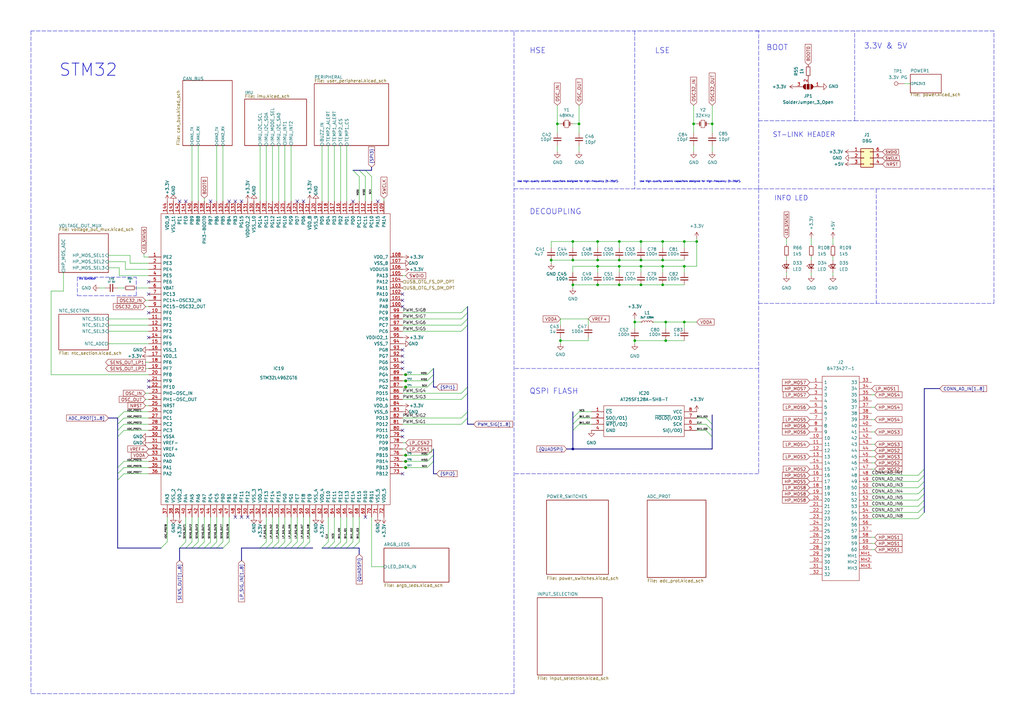
<source format=kicad_sch>
(kicad_sch (version 20211123) (generator eeschema)
  (paper "A3")
  (bus_alias "QUADSPI" (members "CLK" "NCS" "BK1_IO0" "BK1_IO1" "BK1_IO2" "BK1_IO3"))
  (bus_alias "SPI1" (members "SCK" "MOSI" "MISO"))
  (bus_alias "SPI3" (members "SCK" "MOSI" "MISO"))
  (bus_alias "SPI2" (members "SCK" "MISO" "MOSI"))
  (junction (at 262.89 106.68))
  (junction (at 280.67 109.22))
  (junction (at 229.87 139.7))
  (junction (at 260.35 132.08))
  (junction (at 260.35 139.7))
  (junction (at 254 106.68))
  (junction (at 254 116.84))
  (junction (at 254 109.22))
  (junction (at 234.95 106.68))
  (junction (at 273.05 139.7))
  (junction (at 273.05 132.08))
  (junction (at 237.49 50.8))
  (junction (at 234.95 184.15))
  (junction (at 271.78 106.68))
  (junction (at 271.78 116.84))
  (junction (at 166.37 158.75))
  (junction (at 245.11 109.22))
  (junction (at 166.37 186.69))
  (junction (at 245.11 106.68))
  (junction (at 234.95 99.06))
  (junction (at 262.89 116.84))
  (junction (at 284.48 50.8))
  (junction (at 245.11 99.06))
  (junction (at 271.78 109.22))
  (junction (at 285.75 99.06))
  (junction (at 254 99.06))
  (junction (at 166.37 191.77))
  (junction (at 226.06 106.68))
  (junction (at 228.6 50.8))
  (junction (at 245.11 116.84))
  (junction (at 262.89 99.06))
  (junction (at 280.67 132.08))
  (junction (at 166.37 156.21))
  (junction (at 166.37 189.23))
  (junction (at 166.37 153.67))
  (junction (at 271.78 99.06))
  (junction (at 234.95 116.84))
  (junction (at 262.89 109.22))
  (junction (at 280.67 99.06))
  (junction (at 292.1 50.8))
  (no_connect (at 124.46 82.55))
  (no_connect (at 99.06 212.09))
  (no_connect (at 60.96 115.57))
  (no_connect (at 165.1 143.51))
  (no_connect (at 165.1 146.05))
  (no_connect (at 165.1 179.07))
  (no_connect (at 165.1 176.53))
  (no_connect (at 165.1 148.59))
  (no_connect (at 165.1 120.65))
  (no_connect (at 101.6 212.09))
  (no_connect (at 60.96 138.43))
  (no_connect (at 165.1 123.19))
  (no_connect (at 144.78 82.55))
  (no_connect (at 121.92 82.55))
  (no_connect (at 96.52 82.55))
  (no_connect (at 60.96 120.65))
  (no_connect (at 96.52 212.09))
  (no_connect (at 165.1 194.31))
  (no_connect (at 76.2 82.55))
  (no_connect (at 86.36 82.55))
  (no_connect (at 165.1 125.73))
  (no_connect (at 165.1 151.13))
  (no_connect (at 93.98 82.55))
  (no_connect (at 73.66 82.55))
  (no_connect (at 60.96 158.75))
  (no_connect (at 154.94 82.55))
  (no_connect (at 149.86 212.09))
  (no_connect (at 60.96 156.21))
  (no_connect (at 99.06 82.55))
  (no_connect (at 60.96 128.27))
  (bus_entry (at 137.16 222.25) (size -2.54 2.54))
  (bus_entry (at 50.8 194.31) (size -2.54 2.54))
  (bus_entry (at 119.38 224.79) (size 2.54 -2.54))
  (bus_entry (at 147.32 222.25) (size -2.54 2.54))
  (bus_entry (at 191.77 128.27) (size -2.54 2.54))
  (bus_entry (at 191.77 161.29) (size -2.54 2.54))
  (bus_entry (at 379.095 192.405) (size -2.54 2.54))
  (bus_entry (at 379.095 205.105) (size -2.54 2.54))
  (bus_entry (at 379.095 197.485) (size -2.54 2.54))
  (bus_entry (at 142.24 222.25) (size -2.54 2.54))
  (bus_entry (at 175.26 153.67) (size 2.54 -2.54))
  (bus_entry (at 191.77 133.35) (size -2.54 2.54))
  (bus_entry (at 292.1 176.53) (size -2.54 -2.54))
  (bus_entry (at 134.62 222.25) (size -2.54 2.54))
  (bus_entry (at 175.26 191.77) (size 2.54 -2.54))
  (bus_entry (at 379.095 200.025) (size -2.54 2.54))
  (bus_entry (at 191.77 158.75) (size -2.54 2.54))
  (bus_entry (at 50.8 189.23) (size -2.54 2.54))
  (bus_entry (at 88.9 222.25) (size -2.54 2.54))
  (bus_entry (at 234.95 176.53) (size 2.54 -2.54))
  (bus_entry (at 175.26 158.75) (size 2.54 -2.54))
  (bus_entry (at 379.095 210.185) (size -2.54 2.54))
  (bus_entry (at 139.7 222.25) (size -2.54 2.54))
  (bus_entry (at 116.84 224.79) (size 2.54 -2.54))
  (bus_entry (at 379.095 207.645) (size -2.54 2.54))
  (bus_entry (at 177.8 186.69) (size -2.54 2.54))
  (bus_entry (at 50.8 173.99) (size -2.54 2.54))
  (bus_entry (at 93.98 222.25) (size -2.54 2.54))
  (bus_entry (at 124.46 224.79) (size 2.54 -2.54))
  (bus_entry (at 379.095 202.565) (size -2.54 2.54))
  (bus_entry (at 109.22 224.79) (size 2.54 -2.54))
  (bus_entry (at 50.8 171.45) (size -2.54 2.54))
  (bus_entry (at 86.36 222.25) (size -2.54 2.54))
  (bus_entry (at 234.95 173.99) (size 2.54 -2.54))
  (bus_entry (at 191.77 130.81) (size -2.54 2.54))
  (bus_entry (at 177.8 184.15) (size -2.54 2.54))
  (bus_entry (at 50.8 176.53) (size -2.54 2.54))
  (bus_entry (at 292.1 179.07) (size -2.54 -2.54))
  (bus_entry (at 121.92 224.79) (size 2.54 -2.54))
  (bus_entry (at 191.77 125.73) (size -2.54 2.54))
  (bus_entry (at 191.77 171.45) (size -2.54 2.54))
  (bus_entry (at 292.1 173.99) (size -2.54 -2.54))
  (bus_entry (at 152.4 72.39) (size -2.54 -2.54))
  (bus_entry (at 81.28 222.25) (size -2.54 2.54))
  (bus_entry (at 68.58 222.25) (size -2.54 2.54))
  (bus_entry (at 149.86 72.39) (size -2.54 -2.54))
  (bus_entry (at 106.68 224.79) (size 2.54 -2.54))
  (bus_entry (at 144.78 222.25) (size -2.54 2.54))
  (bus_entry (at 175.26 156.21) (size 2.54 -2.54))
  (bus_entry (at 91.44 222.25) (size -2.54 2.54))
  (bus_entry (at 191.77 168.91) (size -2.54 2.54))
  (bus_entry (at 50.8 191.77) (size -2.54 2.54))
  (bus_entry (at 234.95 171.45) (size 2.54 -2.54))
  (bus_entry (at 50.8 168.91) (size -2.54 2.54))
  (bus_entry (at 111.76 224.79) (size 2.54 -2.54))
  (bus_entry (at 83.82 222.25) (size -2.54 2.54))
  (bus_entry (at 114.3 224.79) (size 2.54 -2.54))
  (bus_entry (at 76.2 222.25) (size -2.54 2.54))
  (bus_entry (at 78.74 222.25) (size -2.54 2.54))
  (bus_entry (at 379.095 194.945) (size -2.54 2.54))
  (bus_entry (at 147.32 72.39) (size -2.54 -2.54))
  (bus (pts (xy 177.8 158.75) (xy 177.8 156.21)))
  (wire (pts (xy 166.37 158.75) (xy 175.26 158.75)))
  (wire (pts (xy 134.62 59.69) (xy 134.62 82.55)))
  (wire (pts (xy 370.84 34.29) (xy 373.38 34.29)))
  (wire (pts (xy 358.775 220.345) (xy 357.505 220.345)))
  (bus (pts (xy 292.1 179.07) (xy 292.1 184.15)))
  (wire (pts (xy 165.1 173.99) (xy 189.23 173.99)))
  (wire (pts (xy 165.1 191.77) (xy 166.37 191.77)))
  (wire (pts (xy 254 99.06) (xy 262.89 99.06)))
  (wire (pts (xy 116.84 212.09) (xy 116.84 222.25)))
  (wire (pts (xy 280.67 109.22) (xy 280.67 111.76)))
  (polyline (pts (xy 311.15 151.13) (xy 311.15 194.31)))
  (bus (pts (xy 379.095 207.645) (xy 379.095 210.185)))
  (wire (pts (xy 53.34 107.95) (xy 60.96 107.95)))
  (bus (pts (xy 152.4 68.58) (xy 152.4 69.85)))
  (wire (pts (xy 44.45 130.81) (xy 60.96 130.81)))
  (wire (pts (xy 109.22 59.69) (xy 109.22 82.55)))
  (wire (pts (xy 267.97 132.08) (xy 273.05 132.08)))
  (bus (pts (xy 147.32 69.85) (xy 149.86 69.85)))
  (wire (pts (xy 91.44 59.69) (xy 91.44 82.55)))
  (wire (pts (xy 241.3 130.81) (xy 241.3 133.35)))
  (polyline (pts (xy 311.15 77.47) (xy 407.67 77.47)))
  (bus (pts (xy 48.26 179.07) (xy 48.26 191.77)))
  (wire (pts (xy 322.58 105.41) (xy 322.58 106.68)))
  (wire (pts (xy 332.74 105.41) (xy 332.74 106.68)))
  (bus (pts (xy 149.86 69.85) (xy 152.4 69.85)))
  (wire (pts (xy 165.1 156.21) (xy 166.37 156.21)))
  (wire (pts (xy 109.22 212.09) (xy 109.22 222.25)))
  (wire (pts (xy 358.775 184.785) (xy 357.505 184.785)))
  (wire (pts (xy 152.4 212.09) (xy 152.4 232.41)))
  (bus (pts (xy 379.095 197.485) (xy 379.095 200.025)))
  (wire (pts (xy 280.67 99.06) (xy 280.67 101.6)))
  (wire (pts (xy 357.505 187.325) (xy 358.775 187.325)))
  (wire (pts (xy 166.37 184.15) (xy 165.1 184.15)))
  (wire (pts (xy 234.95 99.06) (xy 245.11 99.06)))
  (wire (pts (xy 165.1 161.29) (xy 189.23 161.29)))
  (wire (pts (xy 234.95 116.84) (xy 234.95 118.11)))
  (wire (pts (xy 285.75 99.06) (xy 285.75 109.22)))
  (wire (pts (xy 44.45 140.97) (xy 60.96 140.97)))
  (wire (pts (xy 59.69 166.37) (xy 60.96 166.37)))
  (bus (pts (xy 292.1 173.99) (xy 292.1 176.53)))
  (wire (pts (xy 166.37 156.21) (xy 175.26 156.21)))
  (wire (pts (xy 341.63 97.79) (xy 341.63 100.33)))
  (wire (pts (xy 237.49 171.45) (xy 242.57 171.45)))
  (bus (pts (xy 48.26 173.99) (xy 48.26 176.53)))
  (wire (pts (xy 357.505 200.025) (xy 376.555 200.025)))
  (wire (pts (xy 111.76 59.69) (xy 111.76 82.55)))
  (bus (pts (xy 134.62 224.79) (xy 137.16 224.79)))
  (wire (pts (xy 285.75 50.8) (xy 284.48 50.8)))
  (wire (pts (xy 93.98 222.25) (xy 93.98 212.09)))
  (wire (pts (xy 260.35 130.81) (xy 260.35 132.08)))
  (bus (pts (xy 144.78 69.85) (xy 147.32 69.85)))
  (wire (pts (xy 147.32 212.09) (xy 147.32 222.25)))
  (wire (pts (xy 262.89 106.68) (xy 271.78 106.68)))
  (bus (pts (xy 191.77 128.27) (xy 191.77 130.81)))
  (polyline (pts (xy 350.52 49.53) (xy 407.67 49.53)))
  (bus (pts (xy 44.45 171.45) (xy 48.26 171.45)))
  (wire (pts (xy 234.95 99.06) (xy 226.06 99.06)))
  (wire (pts (xy 357.505 205.105) (xy 376.555 205.105)))
  (wire (pts (xy 289.56 171.45) (xy 285.75 171.45)))
  (wire (pts (xy 245.11 106.68) (xy 254 106.68)))
  (bus (pts (xy 147.32 224.79) (xy 147.32 227.33)))
  (bus (pts (xy 379.095 194.945) (xy 379.095 197.485)))
  (bus (pts (xy 232.41 184.15) (xy 234.95 184.15)))
  (wire (pts (xy 358.775 189.865) (xy 357.505 189.865)))
  (polyline (pts (xy 260.35 12.7) (xy 260.35 77.47)))
  (bus (pts (xy 177.8 194.31) (xy 179.07 194.31)))
  (wire (pts (xy 53.34 104.775) (xy 53.34 107.95)))
  (wire (pts (xy 332.74 97.79) (xy 332.74 100.33)))
  (wire (pts (xy 51.435 107.315) (xy 51.435 110.49)))
  (wire (pts (xy 166.37 153.67) (xy 175.26 153.67)))
  (wire (pts (xy 88.9 222.25) (xy 88.9 212.09)))
  (wire (pts (xy 260.35 139.7) (xy 260.35 140.97)))
  (wire (pts (xy 284.48 59.69) (xy 284.48 62.23)))
  (wire (pts (xy 175.26 186.69) (xy 166.37 186.69)))
  (bus (pts (xy 48.26 224.79) (xy 66.04 224.79)))
  (wire (pts (xy 59.69 151.13) (xy 60.96 151.13)))
  (wire (pts (xy 226.06 99.06) (xy 226.06 101.6)))
  (bus (pts (xy 76.2 224.79) (xy 78.74 224.79)))
  (polyline (pts (xy 210.82 12.7) (xy 12.7 12.7)))
  (wire (pts (xy 358.775 225.425) (xy 357.505 225.425)))
  (wire (pts (xy 228.6 59.69) (xy 228.6 62.23)))
  (bus (pts (xy 83.82 224.79) (xy 86.36 224.79)))
  (wire (pts (xy 152.4 232.41) (xy 157.48 232.41)))
  (polyline (pts (xy 311.15 151.13) (xy 210.82 151.13)))
  (wire (pts (xy 149.86 72.39) (xy 149.86 82.55)))
  (bus (pts (xy 99.06 224.79) (xy 106.68 224.79)))
  (wire (pts (xy 166.37 181.61) (xy 165.1 181.61)))
  (wire (pts (xy 59.055 104.14) (xy 59.055 105.41)))
  (wire (pts (xy 285.75 176.53) (xy 289.56 176.53)))
  (wire (pts (xy 357.505 202.565) (xy 376.555 202.565)))
  (wire (pts (xy 132.08 59.69) (xy 132.08 82.55)))
  (bus (pts (xy 292.1 170.18) (xy 292.1 173.99)))
  (bus (pts (xy 234.95 173.99) (xy 234.95 176.53)))
  (wire (pts (xy 111.76 212.09) (xy 111.76 222.25)))
  (bus (pts (xy 111.76 224.79) (xy 114.3 224.79)))
  (wire (pts (xy 237.49 50.8) (xy 237.49 43.18)))
  (bus (pts (xy 379.095 192.405) (xy 379.095 194.945)))
  (wire (pts (xy 166.37 191.77) (xy 175.26 191.77)))
  (bus (pts (xy 191.77 161.29) (xy 191.77 168.91)))
  (wire (pts (xy 285.75 97.79) (xy 285.75 99.06)))
  (wire (pts (xy 289.56 173.99) (xy 285.75 173.99)))
  (wire (pts (xy 357.505 167.005) (xy 358.775 167.005)))
  (wire (pts (xy 91.44 222.25) (xy 91.44 212.09)))
  (polyline (pts (xy 407.67 12.7) (xy 350.52 12.7)))
  (bus (pts (xy 191.77 168.91) (xy 191.77 171.45)))
  (wire (pts (xy 44.45 104.775) (xy 53.34 104.775)))
  (wire (pts (xy 271.78 99.06) (xy 280.67 99.06)))
  (wire (pts (xy 139.7 212.09) (xy 139.7 222.25)))
  (wire (pts (xy 290.83 50.8) (xy 292.1 50.8)))
  (bus (pts (xy 177.8 186.69) (xy 177.8 189.23)))
  (wire (pts (xy 234.95 99.06) (xy 234.95 101.6)))
  (wire (pts (xy 124.46 212.09) (xy 124.46 222.25)))
  (wire (pts (xy 234.95 109.22) (xy 234.95 111.76)))
  (wire (pts (xy 229.87 139.7) (xy 241.3 139.7)))
  (wire (pts (xy 76.2 222.25) (xy 76.2 212.09)))
  (wire (pts (xy 357.505 194.945) (xy 376.555 194.945)))
  (bus (pts (xy 194.31 173.99) (xy 191.77 173.99)))
  (wire (pts (xy 40.64 118.11) (xy 43.18 118.11)))
  (wire (pts (xy 137.16 59.69) (xy 137.16 82.55)))
  (wire (pts (xy 254 99.06) (xy 254 101.6)))
  (polyline (pts (xy 55.88 121.285) (xy 55.88 113.665)))
  (bus (pts (xy 48.26 196.85) (xy 48.26 224.79)))
  (bus (pts (xy 132.08 224.79) (xy 134.62 224.79)))
  (bus (pts (xy 177.8 156.21) (xy 177.8 153.67)))
  (wire (pts (xy 254 116.84) (xy 262.89 116.84)))
  (wire (pts (xy 147.32 72.39) (xy 147.32 82.55)))
  (wire (pts (xy 144.78 212.09) (xy 144.78 222.25)))
  (polyline (pts (xy 31.75 113.665) (xy 55.88 113.665)))
  (wire (pts (xy 262.89 99.06) (xy 262.89 101.6)))
  (wire (pts (xy 262.89 109.22) (xy 271.78 109.22)))
  (wire (pts (xy 81.28 222.25) (xy 81.28 212.09)))
  (wire (pts (xy 51.435 110.49) (xy 60.96 110.49)))
  (polyline (pts (xy 407.67 124.46) (xy 407.67 77.47)))
  (bus (pts (xy 73.66 224.79) (xy 76.2 224.79)))
  (wire (pts (xy 357.505 161.925) (xy 358.775 161.925)))
  (wire (pts (xy 332.74 111.76) (xy 332.74 113.03)))
  (wire (pts (xy 237.49 50.8) (xy 237.49 54.61)))
  (wire (pts (xy 292.1 50.8) (xy 292.1 43.18)))
  (wire (pts (xy 273.05 139.7) (xy 280.67 139.7)))
  (bus (pts (xy 177.8 158.75) (xy 179.07 158.75)))
  (wire (pts (xy 271.78 109.22) (xy 280.67 109.22)))
  (bus (pts (xy 48.26 191.77) (xy 48.26 194.31)))
  (wire (pts (xy 273.05 132.08) (xy 280.67 132.08)))
  (wire (pts (xy 245.11 111.76) (xy 245.11 109.22)))
  (wire (pts (xy 229.87 130.81) (xy 229.87 133.35)))
  (wire (pts (xy 357.505 212.725) (xy 376.555 212.725)))
  (bus (pts (xy 191.77 133.35) (xy 191.77 158.75)))
  (wire (pts (xy 44.45 135.89) (xy 60.96 135.89)))
  (bus (pts (xy 234.95 168.91) (xy 234.95 171.45)))
  (wire (pts (xy 228.6 50.8) (xy 228.6 54.61)))
  (bus (pts (xy 177.8 189.23) (xy 177.8 194.31)))
  (wire (pts (xy 59.69 125.73) (xy 60.96 125.73)))
  (wire (pts (xy 121.92 212.09) (xy 121.92 222.25)))
  (wire (pts (xy 166.37 113.03) (xy 165.1 113.03)))
  (wire (pts (xy 114.3 212.09) (xy 114.3 222.25)))
  (wire (pts (xy 357.505 172.085) (xy 358.775 172.085)))
  (wire (pts (xy 234.95 109.22) (xy 245.11 109.22)))
  (polyline (pts (xy 350.52 12.7) (xy 309.88 12.7)))
  (bus (pts (xy 109.22 224.79) (xy 111.76 224.79)))
  (wire (pts (xy 44.45 109.855) (xy 48.895 109.855)))
  (wire (pts (xy 237.49 173.99) (xy 242.57 173.99)))
  (wire (pts (xy 165.1 153.67) (xy 166.37 153.67)))
  (wire (pts (xy 44.45 107.315) (xy 51.435 107.315)))
  (wire (pts (xy 241.3 139.7) (xy 241.3 138.43)))
  (wire (pts (xy 165.1 128.27) (xy 189.23 128.27)))
  (wire (pts (xy 284.48 50.8) (xy 284.48 54.61)))
  (wire (pts (xy 50.8 176.53) (xy 60.96 176.53)))
  (wire (pts (xy 322.58 97.79) (xy 322.58 100.33)))
  (bus (pts (xy 48.26 171.45) (xy 48.26 173.99)))
  (bus (pts (xy 191.77 125.73) (xy 191.77 128.27)))
  (polyline (pts (xy 31.75 113.665) (xy 31.75 121.285)))
  (wire (pts (xy 165.1 158.75) (xy 166.37 158.75)))
  (wire (pts (xy 59.055 105.41) (xy 60.96 105.41)))
  (polyline (pts (xy 311.15 194.31) (xy 210.82 194.31)))
  (polyline (pts (xy 311.15 49.53) (xy 350.52 49.53)))
  (polyline (pts (xy 407.67 49.53) (xy 407.67 12.7)))
  (wire (pts (xy 137.16 212.09) (xy 137.16 222.25)))
  (wire (pts (xy 50.8 171.45) (xy 60.96 171.45)))
  (wire (pts (xy 83.82 222.25) (xy 83.82 212.09)))
  (bus (pts (xy 99.06 229.87) (xy 99.06 224.79)))
  (polyline (pts (xy 350.52 49.53) (xy 350.52 12.7)))
  (wire (pts (xy 116.84 59.69) (xy 116.84 82.55)))
  (wire (pts (xy 50.8 168.91) (xy 60.96 168.91)))
  (wire (pts (xy 271.78 106.68) (xy 280.67 106.68)))
  (wire (pts (xy 60.96 153.67) (xy 20.955 153.67)))
  (polyline (pts (xy 31.75 121.285) (xy 55.88 121.285)))
  (wire (pts (xy 234.95 116.84) (xy 245.11 116.84)))
  (bus (pts (xy 139.7 224.79) (xy 142.24 224.79)))
  (wire (pts (xy 262.89 109.22) (xy 262.89 111.76)))
  (wire (pts (xy 271.78 99.06) (xy 271.78 101.6)))
  (bus (pts (xy 379.095 159.385) (xy 379.095 192.405)))
  (bus (pts (xy 191.77 158.75) (xy 191.77 161.29)))
  (wire (pts (xy 245.11 109.22) (xy 254 109.22)))
  (bus (pts (xy 86.36 224.79) (xy 88.9 224.79)))
  (wire (pts (xy 20.955 119.38) (xy 26.035 119.38)))
  (wire (pts (xy 357.505 210.185) (xy 376.555 210.185)))
  (wire (pts (xy 292.1 50.8) (xy 292.1 54.61)))
  (bus (pts (xy 48.26 194.31) (xy 48.26 196.85)))
  (polyline (pts (xy 210.82 284.48) (xy 210.82 12.7)))
  (bus (pts (xy 191.77 171.45) (xy 191.77 173.99)))
  (wire (pts (xy 271.78 116.84) (xy 280.67 116.84)))
  (wire (pts (xy 226.06 106.68) (xy 234.95 106.68)))
  (wire (pts (xy 322.58 111.76) (xy 322.58 113.03)))
  (bus (pts (xy 234.95 184.15) (xy 292.1 184.15)))
  (wire (pts (xy 166.37 186.69) (xy 165.1 186.69)))
  (bus (pts (xy 137.16 224.79) (xy 139.7 224.79)))
  (wire (pts (xy 229.87 138.43) (xy 229.87 139.7)))
  (polyline (pts (xy 359.41 77.47) (xy 359.41 124.46)))
  (wire (pts (xy 50.8 189.23) (xy 60.96 189.23)))
  (wire (pts (xy 165.1 189.23) (xy 166.37 189.23)))
  (wire (pts (xy 48.26 118.11) (xy 50.8 118.11)))
  (wire (pts (xy 59.69 123.19) (xy 60.96 123.19)))
  (wire (pts (xy 254 109.22) (xy 262.89 109.22)))
  (wire (pts (xy 358.775 192.405) (xy 357.505 192.405)))
  (wire (pts (xy 357.505 182.245) (xy 358.775 182.245)))
  (bus (pts (xy 142.24 224.79) (xy 144.78 224.79)))
  (wire (pts (xy 245.11 99.06) (xy 254 99.06)))
  (wire (pts (xy 127 212.09) (xy 127 222.25)))
  (wire (pts (xy 44.45 133.35) (xy 60.96 133.35)))
  (wire (pts (xy 166.37 189.23) (xy 175.26 189.23)))
  (wire (pts (xy 50.8 191.77) (xy 60.96 191.77)))
  (bus (pts (xy 379.095 205.105) (xy 379.095 207.645)))
  (wire (pts (xy 165.1 133.35) (xy 189.23 133.35)))
  (wire (pts (xy 228.6 50.8) (xy 228.6 43.18)))
  (bus (pts (xy 191.77 130.81) (xy 191.77 133.35)))
  (bus (pts (xy 121.92 224.79) (xy 124.46 224.79)))
  (bus (pts (xy 144.78 224.79) (xy 147.32 224.79)))
  (wire (pts (xy 245.11 116.84) (xy 254 116.84)))
  (wire (pts (xy 50.8 194.31) (xy 60.96 194.31)))
  (wire (pts (xy 284.48 50.8) (xy 284.48 43.18)))
  (polyline (pts (xy 311.15 12.7) (xy 210.82 12.7)))
  (wire (pts (xy 262.89 116.84) (xy 271.78 116.84)))
  (bus (pts (xy 177.8 184.15) (xy 177.8 186.69)))
  (wire (pts (xy 165.1 171.45) (xy 189.23 171.45)))
  (wire (pts (xy 48.895 109.855) (xy 48.895 113.03)))
  (wire (pts (xy 134.62 222.25) (xy 134.62 212.09)))
  (wire (pts (xy 26.035 119.38) (xy 26.035 111.76)))
  (wire (pts (xy 88.9 59.69) (xy 88.9 82.55)))
  (wire (pts (xy 280.67 132.08) (xy 285.75 132.08)))
  (wire (pts (xy 139.7 59.69) (xy 139.7 82.55)))
  (wire (pts (xy 285.75 99.06) (xy 280.67 99.06)))
  (wire (pts (xy 229.87 130.81) (xy 241.3 130.81)))
  (wire (pts (xy 254 106.68) (xy 262.89 106.68)))
  (wire (pts (xy 157.48 81.28) (xy 157.48 82.55)))
  (bus (pts (xy 73.66 224.79) (xy 73.66 229.87)))
  (wire (pts (xy 68.58 222.25) (xy 68.58 212.09)))
  (polyline (pts (xy 311.15 77.47) (xy 311.15 12.7)))
  (wire (pts (xy 165.1 130.81) (xy 189.23 130.81)))
  (wire (pts (xy 20.955 153.67) (xy 20.955 119.38)))
  (wire (pts (xy 341.63 105.41) (xy 341.63 106.68)))
  (wire (pts (xy 262.89 99.06) (xy 271.78 99.06)))
  (bus (pts (xy 81.28 224.79) (xy 83.82 224.79)))
  (wire (pts (xy 229.87 50.8) (xy 228.6 50.8)))
  (polyline (pts (xy 12.7 12.7) (xy 12.7 284.48)))
  (wire (pts (xy 234.95 50.8) (xy 237.49 50.8)))
  (bus (pts (xy 78.74 224.79) (xy 81.28 224.79)))
  (bus (pts (xy 379.095 202.565) (xy 379.095 205.105)))
  (wire (pts (xy 271.78 109.22) (xy 271.78 111.76)))
  (wire (pts (xy 142.24 59.69) (xy 142.24 82.55)))
  (wire (pts (xy 78.74 222.25) (xy 78.74 212.09)))
  (wire (pts (xy 245.11 101.6) (xy 245.11 99.06)))
  (wire (pts (xy 357.505 177.165) (xy 358.775 177.165)))
  (wire (pts (xy 226.06 106.68) (xy 226.06 107.95)))
  (bus (pts (xy 48.26 176.53) (xy 48.26 179.07)))
  (wire (pts (xy 280.67 132.08) (xy 280.67 134.62)))
  (polyline (pts (xy 407.67 77.47) (xy 407.67 49.53)))
  (wire (pts (xy 81.28 59.69) (xy 81.28 82.55)))
  (wire (pts (xy 292.1 59.69) (xy 292.1 62.23)))
  (bus (pts (xy 119.38 224.79) (xy 121.92 224.79)))
  (wire (pts (xy 260.35 132.08) (xy 262.89 132.08)))
  (bus (pts (xy 88.9 224.79) (xy 91.44 224.79)))
  (bus (pts (xy 292.1 176.53) (xy 292.1 179.07)))
  (bus (pts (xy 385.445 159.385) (xy 379.095 159.385)))
  (wire (pts (xy 55.88 118.11) (xy 60.96 118.11)))
  (wire (pts (xy 234.95 106.68) (xy 245.11 106.68)))
  (wire (pts (xy 86.36 222.25) (xy 86.36 212.09)))
  (wire (pts (xy 165.1 163.83) (xy 189.23 163.83)))
  (wire (pts (xy 285.75 109.22) (xy 280.67 109.22)))
  (wire (pts (xy 237.49 168.91) (xy 242.57 168.91)))
  (wire (pts (xy 78.74 59.69) (xy 78.74 82.55)))
  (bus (pts (xy 177.8 153.67) (xy 177.8 151.13)))
  (wire (pts (xy 83.82 81.28) (xy 83.82 82.55)))
  (bus (pts (xy 116.84 224.79) (xy 119.38 224.79)))
  (wire (pts (xy 254 109.22) (xy 254 111.76)))
  (wire (pts (xy 341.63 111.76) (xy 341.63 113.03)))
  (bus (pts (xy 379.095 200.025) (xy 379.095 202.565)))
  (bus (pts (xy 234.95 176.53) (xy 234.95 184.15)))
  (bus (pts (xy 124.46 224.79) (xy 128.27 224.79)))
  (wire (pts (xy 273.05 132.08) (xy 273.05 134.62)))
  (wire (pts (xy 358.775 222.885) (xy 357.505 222.885)))
  (polyline (pts (xy 12.7 284.48) (xy 210.82 284.48)))
  (wire (pts (xy 119.38 59.69) (xy 119.38 82.55)))
  (wire (pts (xy 260.35 139.7) (xy 273.05 139.7)))
  (bus (pts (xy 106.68 224.79) (xy 109.22 224.79)))
  (wire (pts (xy 260.35 134.62) (xy 260.35 132.08)))
  (polyline (pts (xy 311.15 77.47) (xy 311.15 151.13)))
  (wire (pts (xy 114.3 59.69) (xy 114.3 82.55)))
  (bus (pts (xy 114.3 224.79) (xy 116.84 224.79)))
  (wire (pts (xy 237.49 59.69) (xy 237.49 62.23)))
  (wire (pts (xy 119.38 212.09) (xy 119.38 222.25)))
  (polyline (pts (xy 210.82 77.47) (xy 311.15 77.47)))
  (bus (pts (xy 234.95 171.45) (xy 234.95 173.99)))
  (wire (pts (xy 59.69 161.29) (xy 60.96 161.29)))
  (wire (pts (xy 357.505 197.485) (xy 376.555 197.485)))
  (wire (pts (xy 59.69 148.59) (xy 60.96 148.59)))
  (wire (pts (xy 152.4 72.39) (xy 152.4 82.55)))
  (wire (pts (xy 165.1 135.89) (xy 189.23 135.89)))
  (wire (pts (xy 357.505 207.645) (xy 376.555 207.645)))
  (wire (pts (xy 229.87 140.97) (xy 229.87 139.7)))
  (wire (pts (xy 50.8 173.99) (xy 60.96 173.99)))
  (wire (pts (xy 48.895 113.03) (xy 60.96 113.03)))
  (wire (pts (xy 59.69 163.83) (xy 60.96 163.83)))
  (polyline (pts (xy 311.15 124.46) (xy 407.67 124.46)))
  (wire (pts (xy 142.24 212.09) (xy 142.24 222.25)))
  (wire (pts (xy 106.68 59.69) (xy 106.68 82.55)))
  (text "BOOT" (at 314.325 20.955 0) (effects (font (size 2.2606 2.2606)) (justify left bottom)))
  (text "HSE" (at 217.17 22.225 0) (effects (font (size 2.2606 2.2606)) (justify left bottom)))
  (text "INFO LED" (at 317.5 82.55 0) (effects (font (size 2 2)) (justify left bottom)))
  (text "STM32" (at 24.13 31.75 0) (effects (font (size 5 5) (thickness 0.254) bold) (justify left bottom)))
  (text "DECOUPLING" (at 217.17 88.265 0) (effects (font (size 2.2606 2.2606)) (justify left bottom)))
  (text "Use high-quality ceramic capacitors designed for high-frequency (5-20pF)." (at 212.09 74.93 0) (effects (font (size 0.7 0.7)) (justify left bottom)))
  (text "Use high-quality ceramic capacitors designed for high-frequency (5-20pF)." (at 262.255 74.93 0) (effects (font (size 0.7 0.7)) (justify left bottom)))
  (text "QSPI FLASH" (at 217.17 161.925 0) (effects (font (size 2.2606 2.2606)) (justify left bottom)))
  (text "RTC SUPERCAP" (at 32.385 114.935 0) (effects (font (size 0.6 0.6)) (justify left bottom)))
  (text "ST-LINK HEADER" (at 316.865 56.515 0) (effects (font (size 2 2)) (justify left bottom)))
  (text "LSE" (at 268.605 22.225 0) (effects (font (size 2.2606 2.2606)) (justify left bottom)))
  (text "3.3V & 5V" (at 354.33 20.32 0) (effects (font (size 2.2606 2.2606)) (justify left bottom)))
  (label "CLK" (at 134.62 220.98 90) (effects (font (size 0.7 0.7))))
  (label "NCS" (at 237.49 168.91 0) (effects (font (size 0.7 0.7))))
  (label "ADC_PROT8" (at 68.58 220.98 90) (effects (font (size 0.7 0.7))))
  (label "SCK" (at 175.26 191.77 180) (effects (font (size 0.7 0.7))))
  (label "LP_SIG_IN5" (at 119.38 220.98 90) (effects (font (size 0.7 0.7))))
  (label "CONN_AD_IN4" (at 357.505 202.565 0))
  (label "SENS_OUT1" (at 76.2 220.98 90) (effects (font (size 0.7 0.7))))
  (label "BK1_IO2" (at 144.78 220.98 90) (effects (font (size 0.7 0.7))))
  (label "SENS_OUT2" (at 78.74 220.98 90) (effects (font (size 0.7 0.7))))
  (label "BK1_IO0" (at 139.7 220.98 90) (effects (font (size 0.7 0.7))))
  (label "MISO" (at 172.72 189.23 0) (effects (font (size 0.7 0.7))))
  (label "BK1_IO1" (at 142.24 220.98 90) (effects (font (size 0.7 0.7))))
  (label "MOSI" (at 175.26 153.67 180) (effects (font (size 0.7 0.7))))
  (label "MOSI" (at 172.72 186.69 0) (effects (font (size 0.7 0.7))))
  (label "MISO" (at 149.86 77.47 270) (effects (font (size 0.7 0.7))))
  (label "PWM_SIG7" (at 165.1 130.81 0))
  (label "NCS" (at 137.16 220.98 90) (effects (font (size 0.7 0.7))))
  (label "ADC_PROT5" (at 52.07 189.23 0) (effects (font (size 0.7 0.7))))
  (label "SCK" (at 175.26 158.75 180) (effects (font (size 0.7 0.7))))
  (label "LP_SIG_IN7" (at 124.46 220.98 90) (effects (font (size 0.7 0.7))))
  (label "ADC_PROT4" (at 52.07 176.53 0) (effects (font (size 0.7 0.7))))
  (label "SENS_OUT5" (at 86.36 220.98 90) (effects (font (size 0.7 0.7))))
  (label "ADC_PROT6" (at 52.07 191.77 0) (effects (font (size 0.7 0.7))))
  (label "LP_SIG_IN2" (at 111.76 220.98 90) (effects (font (size 0.7 0.7))))
  (label "CONN_AD_IN7" (at 357.505 210.185 0))
  (label "SENS_OUT4" (at 83.82 220.98 90) (effects (font (size 0.7 0.7))))
  (label "BK1_IO2" (at 237.49 173.99 0) (effects (font (size 0.7 0.7))))
  (label "CONN_AD_IN1" (at 357.505 194.945 0))
  (label "LP_SIG_IN8" (at 127 220.98 90) (effects (font (size 0.7 0.7))))
  (label "PWM_SIG4" (at 165.1 161.29 0))
  (label "ADC_PROT7" (at 52.07 194.31 0) (effects (font (size 0.7 0.7))))
  (label "SENS_OUT6" (at 88.9 220.98 90) (effects (font (size 0.7 0.7))))
  (label "ADC_PROT3" (at 52.07 173.99 0) (effects (font (size 0.7 0.7))))
  (label "MISO" (at 175.26 156.21 180) (effects (font (size 0.7 0.7))))
  (label "ADC_PROT1" (at 52.07 168.91 0) (effects (font (size 0.7 0.7))))
  (label "PWM_SIG3" (at 165.1 163.83 0))
  (label "LP_SIG_IN6" (at 121.92 220.98 90) (effects (font (size 0.7 0.7))))
  (label "PWM_SIG1" (at 165.1 173.99 0))
  (label "BK1_IO1" (at 237.49 171.45 0) (effects (font (size 0.7 0.7))))
  (label "LP_SIG_IN4" (at 116.84 220.98 90) (effects (font (size 0.7 0.7))))
  (label "PWM_SIG8" (at 165.1 128.27 0))
  (label "SENS_OUT7" (at 91.44 220.98 90) (effects (font (size 0.7 0.7))))
  (label "BK1_IO3" (at 285.75 171.45 0) (effects (font (size 0.7 0.7))))
  (label "SENS_OUT3" (at 81.28 220.98 90) (effects (font (size 0.7 0.7))))
  (label "CLK" (at 285.75 173.99 0) (effects (font (size 0.7 0.7))))
  (label "CONN_AD_IN6" (at 357.505 207.645 0))
  (label "CONN_AD_IN5" (at 357.505 205.105 0))
  (label "PWM_SIG5" (at 165.1 135.89 0))
  (label "BK1_IO0" (at 285.75 176.53 0) (effects (font (size 0.7 0.7))))
  (label "LP_SIG_IN1" (at 109.22 220.98 90) (effects (font (size 0.7 0.7))))
  (label "CONN_AD_IN8" (at 357.505 212.725 0))
  (label "CONN_AD_IN2" (at 357.505 197.485 0))
  (label "SCK" (at 152.4 77.47 270) (effects (font (size 0.7 0.7))))
  (label "LP_SIG_IN3" (at 114.3 220.98 90) (effects (font (size 0.7 0.7))))
  (label "SENS_OUT8" (at 93.98 220.98 90) (effects (font (size 0.7 0.7))))
  (label "MOSI" (at 147.32 77.47 270) (effects (font (size 0.7 0.7))))
  (label "CONN_AD_IN3" (at 357.505 200.025 0))
  (label "BK1_IO3" (at 147.32 220.98 90) (effects (font (size 0.7 0.7))))
  (label "PWM_SIG6" (at 165.1 133.35 0))
  (label "ADC_PROT2" (at 52.07 171.45 0) (effects (font (size 0.7 0.7))))
  (label "PWM_SIG2" (at 165.1 171.45 0))
  (global_label "LP_SIG_IN[1..8]" (shape input) (at 99.06 229.87 270) (property "Intersheet References" "${INTERSHEET_REFS}" (effects hide)))
  (global_label "LP_MOS3" (shape input) (at 332.105 187.325 180) (property "Intersheet References" "${INTERSHEET_REFS}" (effects hide)))
  (global_label "HP_MOS7" (shape input) (at 332.105 159.385 180) (property "Intersheet References" "${INTERSHEET_REFS}" (effects hide)))
  (global_label "LP_MOS1" (shape input) (at 357.505 159.385 0) (property "Intersheet References" "${INTERSHEET_REFS}" (effects hide)))
  (global_label "OSC_OUT" (shape input) (at 59.69 163.83 180) (property "Intersheet References" "${INTERSHEET_REFS}" (effects hide)))
  (global_label "HP_MOS8" (shape input) (at 332.105 202.565 180) (property "Intersheet References" "${INTERSHEET_REFS}" (effects hide)))
  (global_label "HP_MOS4" (shape input) (at 358.775 161.925 0) (property "Intersheet References" "${INTERSHEET_REFS}" (effects hide)))
  (global_label "{SPI2}" (shape input) (at 179.07 194.31 0) (property "Intersheet References" "${INTERSHEET_REFS}" (effects hide)))
  (global_label "HP_MOS3" (shape input) (at 358.775 187.325 0) (property "Intersheet References" "${INTERSHEET_REFS}" (effects hide)))
  (global_label "LED_STATUS" (shape input) (at 59.055 104.14 90) (effects (font (size 1.016 1.016))) (property "Intersheet References" "${INTERSHEET_REFS}" (effects hide)))
  (global_label "HP_MOS3" (shape input) (at 358.775 182.245 0) (property "Intersheet References" "${INTERSHEET_REFS}" (effects hide)))
  (global_label "OSC32_IN" (shape input) (at 59.69 123.19 180) (property "Intersheet References" "${INTERSHEET_REFS}" (effects hide)))
  (global_label "HP_MOS7" (shape input) (at 332.105 156.845 180) (property "Intersheet References" "${INTERSHEET_REFS}" (effects hide)))
  (global_label "HP_MOS1" (shape input) (at 358.775 222.885 0) (property "Intersheet References" "${INTERSHEET_REFS}" (effects hide)))
  (global_label "LP_CSN1" (shape input) (at 166.37 184.15 0) (property "Intersheet References" "${INTERSHEET_REFS}" (effects hide)))
  (global_label "LP_MOS2" (shape input) (at 332.105 192.405 180) (property "Intersheet References" "${INTERSHEET_REFS}" (effects hide)))
  (global_label "HP_MOS8" (shape input) (at 332.105 205.105 180) (property "Intersheet References" "${INTERSHEET_REFS}" (effects hide)))
  (global_label "HP_MOS3" (shape input) (at 358.775 177.165 0) (property "Intersheet References" "${INTERSHEET_REFS}" (effects hide)))
  (global_label "HP_MOS2" (shape input) (at 358.775 184.785 0) (property "Intersheet References" "${INTERSHEET_REFS}" (effects hide)))
  (global_label "OSC_IN" (shape input) (at 228.6 43.18 90) (property "Intersheet References" "${INTERSHEET_REFS}" (effects hide)))
  (global_label "VDDA" (shape input) (at 229.87 130.81 180) (property "Intersheet References" "${INTERSHEET_REFS}" (effects hide)))
  (global_label "SENS_OUT_LP2" (shape output) (at 59.69 151.13 180) (property "Intersheet References" "${INTERSHEET_REFS}" (effects hide)))
  (global_label "VREF+" (shape input) (at 60.96 184.15 180) (property "Intersheet References" "${INTERSHEET_REFS}" (effects hide)))
  (global_label "{SPI1}" (shape input) (at 179.07 158.75 0) (property "Intersheet References" "${INTERSHEET_REFS}" (effects hide)))
  (global_label "HP_MOS4" (shape input) (at 358.775 172.085 0) (property "Intersheet References" "${INTERSHEET_REFS}" (effects hide)))
  (global_label "OSC32_IN" (shape input) (at 284.48 43.18 90) (property "Intersheet References" "${INTERSHEET_REFS}" (effects hide)))
  (global_label "SWDIO" (shape input) (at 166.37 113.03 0) (property "Intersheet References" "${INTERSHEET_REFS}" (effects hide)))
  (global_label "OSC32_OUT" (shape input) (at 292.1 43.18 90) (property "Intersheet References" "${INTERSHEET_REFS}" (effects hide)))
  (global_label "OSC_IN" (shape input) (at 59.69 161.29 180) (property "Intersheet References" "${INTERSHEET_REFS}" (effects hide)))
  (global_label "VDDA" (shape input) (at 60.96 186.69 180) (property "Intersheet References" "${INTERSHEET_REFS}" (effects hide)))
  (global_label "HP_MOS6" (shape input) (at 332.105 177.165 180) (property "Intersheet References" "${INTERSHEET_REFS}" (effects hide)))
  (global_label "ADC_PROT[1..8]" (shape input) (at 44.45 171.45 180) (property "Intersheet References" "${INTERSHEET_REFS}" (effects hide)))
  (global_label "OSC_OUT" (shape input) (at 237.49 43.18 90) (property "Intersheet References" "${INTERSHEET_REFS}" (effects hide)))
  (global_label "SWCLK" (shape input) (at 157.48 81.28 90) (property "Intersheet References" "${INTERSHEET_REFS}" (effects hide)))
  (global_label "CONN_AD_IN[1..8]" (shape input) (at 385.445 159.385 0) (property "Intersheet References" "${INTERSHEET_REFS}" (effects hide)))
  (global_label "SWDIO" (shape input) (at 361.95 62.23 0) (effects (font (size 1.016 1.016))) (property "Intersheet References" "${INTERSHEET_REFS}" (effects hide)))
  (global_label "HP_MOS2" (shape input) (at 358.775 189.865 0) (property "Intersheet References" "${INTERSHEET_REFS}" (effects hide)))
  (global_label "HP_MOS5" (shape input) (at 332.105 194.945 180) (property "Intersheet References" "${INTERSHEET_REFS}" (effects hide)))
  (global_label "LP_MOS5" (shape input) (at 332.105 172.085 180) (property "Intersheet References" "${INTERSHEET_REFS}" (effects hide)))
  (global_label "HP_MOS1" (shape input) (at 358.775 220.345 0) (property "Intersheet References" "${INTERSHEET_REFS}" (effects hide)))
  (global_label "SENS_OUT[1..8]" (shape input) (at 73.66 229.87 270) (property "Intersheet References" "${INTERSHEET_REFS}" (effects hide)))
  (global_label "HP_MOS6" (shape input) (at 332.105 174.625 180) (property "Intersheet References" "${INTERSHEET_REFS}" (effects hide)))
  (global_label "LP_MOS7" (shape input) (at 332.105 161.925 180) (property "Intersheet References" "${INTERSHEET_REFS}" (effects hide)))
  (global_label "LP_MOS6" (shape input) (at 332.105 167.005 180) (property "Intersheet References" "${INTERSHEET_REFS}" (effects hide)))
  (global_label "SENS_OUT_LP1" (shape output) (at 59.69 148.59 180) (property "Intersheet References" "${INTERSHEET_REFS}" (effects hide)))
  (global_label "BOOT0" (shape input) (at 83.82 81.28 90) (property "Intersheet References" "${INTERSHEET_REFS}" (effects hide)))
  (global_label "NRST" (shape input) (at 59.69 166.37 180) (property "Intersheet References" "${INTERSHEET_REFS}" (effects hide)))
  (global_label "HP_MOS1" (shape input) (at 358.775 225.425 0) (property "Intersheet References" "${INTERSHEET_REFS}" (effects hide)))
  (global_label "LP_MOS8" (shape input) (at 332.105 200.025 180) (property "Intersheet References" "${INTERSHEET_REFS}" (effects hide)))
  (global_label "{SPI3}" (shape input) (at 152.4 68.58 90) (property "Intersheet References" "${INTERSHEET_REFS}" (effects hide)))
  (global_label "HP_MOS5" (shape input) (at 332.105 197.485 180) (property "Intersheet References" "${INTERSHEET_REFS}" (effects hide)))
  (global_label "PWM_SIG[1..8]" (shape input) (at 194.31 173.99 0) (property "Intersheet References" "${INTERSHEET_REFS}" (effects hide)))
  (global_label "HP_MOS4" (shape input) (at 358.775 167.005 0) (property "Intersheet References" "${INTERSHEET_REFS}" (effects hide)))
  (global_label "HP_MOS2" (shape input) (at 358.775 192.405 0) (property "Intersheet References" "${INTERSHEET_REFS}" (effects hide)))
  (global_label "VREF+" (shape input) (at 241.3 130.81 0) (property "Intersheet References" "${INTERSHEET_REFS}" (effects hide)))
  (global_label "LED_STATUS" (shape input) (at 322.58 97.79 90) (effects (font (size 1.016 1.016))) (property "Intersheet References" "${INTERSHEET_REFS}" (effects hide)))
  (global_label "{QUADSPI}" (shape input) (at 147.32 227.33 270) (property "Intersheet References" "${INTERSHEET_REFS}" (effects hide)))
  (global_label "BOOT0" (shape input) (at 331.47 26.67 90) (property "Intersheet References" "${INTERSHEET_REFS}" (effects hide)))
  (global_label "OSC32_OUT" (shape input) (at 59.69 125.73 180) (property "Intersheet References" "${INTERSHEET_REFS}" (effects hide)))
  (global_label "LP_CSN2" (shape input) (at 166.37 181.61 0) (property "Intersheet References" "${INTERSHEET_REFS}" (effects hide)))
  (global_label "NRST" (shape input) (at 361.95 67.31 0) (property "Intersheet References" "${INTERSHEET_REFS}" (effects hide)))
  (global_label "SWCLK" (shape input) (at 361.95 64.77 0) (effects (font (size 1.016 1.016))) (property "Intersheet References" "${INTERSHEET_REFS}" (effects hide)))
  (global_label "LP_MOS4" (shape input) (at 332.105 182.245 180) (property "Intersheet References" "${INTERSHEET_REFS}" (effects hide)))
  (global_label "VDDA" (shape input) (at 285.75 132.08 0) (property "Intersheet References" "${INTERSHEET_REFS}" (effects hide)))
  (global_label "{QUADSPI}" (shape input) (at 232.41 184.15 180) (property "Intersheet References" "${INTERSHEET_REFS}" (effects hide)))
  (hierarchical_label "USB_OTG_FS_DM_OPT" (shape input) (at 165.1 118.11 0))
  (hierarchical_label "USB_OTG_FS_DP_OPT" (shape input) (at 165.1 115.57 0))
  (symbol (lib_id "power:+3.3V") (at 285.75 168.91 0) (unit 1)
    (property "Reference" "#PWR0207" (effects hide))
    (property "Value" "+3.3V" (at 285.75 163.83 0))
  )
  (symbol (lib_id "Device:Crystal_Small") (at 288.29 50.8 0) (unit 1)
    (property "Reference" "Y2" (at 288.29 45.085 0))
    (property "Value" "32KHz" (at 288.29 47.3964 0))
    (property "Footprint" "Crystal:Crystal_SMD_3215-2Pin_3.2x1.5mm" (effects hide))
  )
  (symbol (lib_id "Connector:TestPoint_Small") (at 166.37 189.23 0) (unit 1)
    (property "Reference" "TP6" (at 166.878 188.468 0) (effects (font (size 0.7 0.7)) (justify left)))
    (property "Value" "SPI1_TP" (effects hide))
  )
  (symbol (lib_id "Device:C_Small") (at 280.67 104.14 0) (unit 1)
    (property "Reference" "C81" (at 274.32 102.235 0) (effects (justify left)))
    (property "Value" "100n" (at 273.685 104.14 0) (effects (justify left)))
    (property "Footprint" "Capacitor_SMD:C_0402_1005Metric_Pad0.74x0.62mm_HandSolder" (effects hide))
  )
  (symbol (lib_id "power:GND") (at 260.35 140.97 0) (unit 1)
    (property "Reference" "#PWR0204" (effects hide))
    (property "Value" "GND" (at 260.35 146.05 0))
  )
  (symbol (lib_id "power:GND") (at 349.25 64.77 270) (unit 1)
    (property "Reference" "#PWR0324" (effects hide))
    (property "Value" "GND" (at 345.44 64.7699 90) (effects (justify right)))
  )
  (symbol (lib_id "Device:C_Small") (at 271.78 104.14 0) (unit 1)
    (property "Reference" "C78" (at 265.43 102.235 0) (effects (justify left)))
    (property "Value" "100n" (at 264.795 104.14 0) (effects (justify left)))
    (property "Footprint" "Capacitor_SMD:C_0402_1005Metric_Pad0.74x0.62mm_HandSolder" (effects hide))
  )
  (symbol (lib_id "Device:C_Small") (at 260.35 137.16 0) (unit 1)
    (property "Reference" "C52" (at 254 135.255 0) (effects (justify left)))
    (property "Value" "100n" (at 253.365 137.16 0) (effects (justify left)))
    (property "Footprint" "Resistor_SMD:R_0402_1005Metric" (effects hide))
  )
  (symbol (lib_id "Device:C_Small") (at 292.1 57.15 0) (unit 1)
    (property "Reference" "C85" (at 294.64 54.8386 0) (effects (justify left)))
    (property "Value" "10pF" (at 294.64 57.15 0) (effects (justify left)))
    (property "Footprint" "Capacitor_SMD:C_0402_1005Metric_Pad0.74x0.62mm_HandSolder" (effects hide))
  )
  (symbol (lib_id "PDM_additional:STM32L496ZGT6") (at 60.96 105.41 0) (unit 1)
    (property "Reference" "IC19" (at 114.3 151.13 0))
    (property "Value" "STM32L496ZGT6" (at 114.3 154.94 0))
    (property "Footprint" "PDM_Additional:QFP50P2200X2200X160-144N" (effects hide))
    (property "Datasheet" "https://componentsearchengine.com/Datasheets/2/STM32L496ZGT6.pdf" (effects hide))
    (property "Description" "STMICROELECTRONICS - STM32L496ZGT6 - ARM MCU, STM32 Family STM32L4 Series Microcontrollers, ARM Cortex-M4, 32bit, 80 MHz, 1 MB, 320 KB" (effects hide))
    (property "Height" "1.6" (effects hide))
    (property "Manufacturer_Name" "STMicroelectronics" (effects hide))
    (property "Manufacturer_Part_Number" "STM32L496ZGT6" (effects hide))
    (property "Mouser Part Number" "511-STM32L496ZGT6" (effects hide))
    (property "Mouser Price/Stock" "https://www.mouser.co.uk/ProductDetail/STMicroelectronics/STM32L496ZGT6?qs=Mv7BduZupUixTZjNdljBTQ%3D%3D" (effects hide))
    (property "Arrow Part Number" "STM32L496ZGT6" (effects hide))
    (property "Arrow Price/Stock" "https://www.arrow.com/en/products/stm32l496zgt6/stmicroelectronics" (effects hide))
  )
  (symbol (lib_id "power:GND") (at 60.96 179.07 270) (unit 1)
    (property "Reference" "#PWR0313" (effects hide))
    (property "Value" "GND" (at 56.515 179.07 90))
  )
  (symbol (lib_id "power:GND") (at 165.1 168.91 90) (unit 1)
    (property "Reference" "#PWR0219" (effects hide))
    (property "Value" "GND" (at 169.545 168.91 90))
  )
  (symbol (lib_id "Device:LED_Small") (at 322.58 109.22 90) (unit 1)
    (property "Reference" "D33" (at 325.12 107.8864 90) (effects (justify right)))
    (property "Value" "LED" (at 325.12 110.4264 90) (effects (justify right)))
    (property "Footprint" "LED_SMD:LED_0805_2012Metric" (effects hide))
  )
  (symbol (lib_id "Device:C_Small") (at 45.72 118.11 90) (unit 1)
    (property "Reference" "C40" (at 45.72 114.3 90) (effects (font (size 0.7 0.7))))
    (property "Value" "1F 5V" (at 45.72 115.57 90) (effects (font (size 0.7 0.7))))
  )
  (symbol (lib_id "power:GND") (at 234.95 118.11 0) (unit 1)
    (property "Reference" "#PWR0206" (effects hide))
    (property "Value" "GND" (at 234.95 122.555 0))
  )
  (symbol (lib_id "power:+3.3V") (at 127 82.55 0) (unit 1)
    (property "Reference" "#PWR0355" (effects hide))
    (property "Value" "+3.3V" (at 127 76.835 90))
  )
  (symbol (lib_id "power:+3.3V") (at 165.1 105.41 270) (unit 1)
    (property "Reference" "#PWR0359" (effects hide))
    (property "Value" "+3.3V" (at 170.815 105.41 90))
  )
  (symbol (lib_id "Device:C_Small") (at 262.89 104.14 0) (unit 1)
    (property "Reference" "C53" (at 256.54 102.235 0) (effects (justify left)))
    (property "Value" "100n" (at 255.905 104.14 0) (effects (justify left)))
    (property "Footprint" "Resistor_SMD:R_0402_1005Metric" (effects hide))
  )
  (symbol (lib_id "power:GND") (at 165.1 140.97 90) (unit 1)
    (property "Reference" "#PWR0218" (effects hide))
    (property "Value" "GND" (at 169.545 140.97 90))
  )
  (symbol (lib_id "power:GND") (at 284.48 62.23 0) (unit 1)
    (property "Reference" "#PWR0208" (effects hide))
    (property "Value" "GND" (at 284.607 66.6242 0))
  )
  (symbol (lib_id "Connector:TestPoint_Small") (at 166.37 186.69 0) (unit 1)
    (property "Reference" "TP5" (at 166.878 185.928 0) (effects (font (size 0.7 0.7)) (justify left)))
    (property "Value" "SPI1_TP" (effects hide))
  )
  (symbol (lib_id "Connector:TestPoint_Small") (at 166.37 153.67 0) (unit 1)
    (property "Reference" "TP2" (at 166.878 152.908 0) (effects (font (size 0.7 0.7)) (justify left)))
    (property "Value" "SPI1_TP" (effects hide))
  )
  (symbol (lib_id "Jumper:SolderJumper_3_Open") (at 331.47 35.56 180) (unit 1)
    (property "Reference" "JP1" (at 331.47 39.37 0))
    (property "Value" "SolderJumper_3_Open" (at 331.47 41.91 0))
    (property "Footprint" "Jumper:SolderJumper-3_P1.3mm_Open_Pad1.0x1.5mm" (effects hide))
  )
  (symbol (lib_id "power:GND") (at 60.96 181.61 270) (unit 1)
    (property "Reference" "#PWR0224" (effects hide))
    (property "Value" "GND" (at 56.515 181.61 90))
  )
  (symbol (lib_id "power:+3.3V") (at 260.35 130.81 0) (unit 1)
    (property "Reference" "#PWR0205" (effects hide))
    (property "Value" "+3.3V" (at 260.35 125.73 0))
  )
  (symbol (lib_id "Connector_Generic:Conn_02x03_Counter_Clockwise") (at 354.33 64.77 0) (unit 1)
    (property "Reference" "J1" (at 355.6 55.245 0))
    (property "Value" "DBG" (at 355.6 57.785 0))
    (property "Footprint" "Connector_PinHeader_1.27mm:PinHeader_2x03_P1.27mm_Vertical" (effects hide))
  )
  (symbol (lib_id "power:GND") (at 242.57 176.53 0) (unit 1)
    (property "Reference" "#PWR0216" (effects hide))
    (property "Value" "GND" (at 242.57 181.61 0))
  )
  (symbol (lib_id "Device:C_Small") (at 262.89 114.3 0) (unit 1)
    (property "Reference" "C77" (at 256.54 112.395 0) (effects (justify left)))
    (property "Value" "100n" (at 255.905 114.3 0) (effects (justify left)))
    (property "Footprint" "Capacitor_SMD:C_0402_1005Metric_Pad0.74x0.62mm_HandSolder" (effects hide))
  )
  (symbol (lib_id "power:GND") (at 228.6 62.23 0) (unit 1)
    (property "Reference" "#PWR0213" (effects hide))
    (property "Value" "GND" (at 228.727 66.6242 0))
  )
  (symbol (lib_id "power:GND") (at 104.14 212.09 0) (unit 1)
    (property "Reference" "#PWR0222" (effects hide))
    (property "Value" "GND" (at 104.14 216.535 90))
  )
  (symbol (lib_id "power:+3.3V") (at 106.68 212.09 180) (unit 1)
    (property "Reference" "#PWR0364" (effects hide))
    (property "Value" "+3.3V" (at 106.68 217.805 90))
  )
  (symbol (lib_id "power:GND") (at 292.1 62.23 0) (unit 1)
    (property "Reference" "#PWR0210" (effects hide))
    (property "Value" "GND" (at 292.227 66.6242 0))
  )
  (symbol (lib_id "Connector:TestPoint_Small") (at 166.37 158.75 0) (unit 1)
    (property "Reference" "TP4" (at 166.878 157.988 0) (effects (font (size 0.7 0.7)) (justify left)))
    (property "Value" "SPI1_TP" (effects hide))
  )
  (symbol (lib_id "power:GND") (at 226.06 107.95 0) (unit 1)
    (property "Reference" "#PWR0214" (effects hide))
    (property "Value" "GND" (at 226.06 112.395 0))
  )
  (symbol (lib_id "Device:C_Small") (at 234.95 104.14 0) (unit 1)
    (property "Reference" "C44" (at 228.6 102.235 0) (effects (justify left)))
    (property "Value" "100n" (at 227.965 104.14 0) (effects (justify left)))
    (property "Footprint" "Resistor_SMD:R_0402_1005Metric" (effects hide))
  )
  (symbol (lib_id "Device:Crystal_Small") (at 232.41 50.8 0) (unit 1)
    (property "Reference" "Y1" (at 232.41 45.085 0))
    (property "Value" "48Mhz" (at 232.41 47.3964 0))
    (property "Footprint" "Crystal:Crystal_SMD_5032-2Pin_5.0x3.2mm" (effects hide))
  )
  (symbol (lib_id "power:+5V") (at 349.25 67.31 90) (unit 1)
    (property "Reference" "#PWR0326" (effects hide))
    (property "Value" "+5V" (at 346.075 67.3099 90) (effects (justify left)))
  )
  (symbol (lib_id "PDM_additional:AT25SF128A-SHB-T") (at 242.57 168.91 0) (unit 1)
    (property "Reference" "IC20" (at 264.16 161.29 0))
    (property "Value" "AT25SF128A-SHB-T" (at 264.16 163.83 0))
    (property "Footprint" "PDM_Additional:SOIC127P798X216-8N" (effects hide))
    (property "Datasheet" "https://www.dialog-semiconductor.com/sites/default/files/2021-02/DS-AT25SF128A-168.pdf" (effects hide))
    (property "Description" "NOR Flash 128 Mbit, 3.0V (2.7V to 3.6V), -40C to 85C, SOIC-W 208mil (Tape Reel), Single, Dual, Quad SPI NOR flash" (effects hide))
    (property "Height" "2.16" (effects hide))
    (property "Manufacturer_Name" "Dialog Semiconductor" (effects hide))
    (property "Manufacturer_Part_Number" "AT25SF128A-SHB-T" (effects hide))
    (property "Mouser Part Number" "988-AT25SF128A-SHB-T" (effects hide))
    (property "Mouser Price/Stock" "https://www.mouser.co.uk/ProductDetail/Dialog-Semiconductor/AT25SF128A-SHB-T?qs=IS%252B4QmGtzzokBRVH45xLeA%3D%3D" (effects hide))
  )
  (symbol (lib_id "power:GND") (at 71.12 82.55 180) (unit 1)
    (property "Reference" "#PWR0318" (effects hide))
    (property "Value" "GND" (at 71.12 78.105 90))
  )
  (symbol (lib_id "power:+3.3V") (at 60.96 146.05 90) (unit 1)
    (property "Reference" "#PWR0365" (effects hide))
    (property "Value" "+3.3V" (at 55.245 146.05 90))
  )
  (symbol (lib_id "power:GND") (at 71.12 212.09 0) (unit 1)
    (property "Reference" "#PWR0221" (effects hide))
    (property "Value" "GND" (at 71.12 216.535 90))
  )
  (symbol (lib_id "Device:C_Small") (at 273.05 137.16 0) (unit 1)
    (property "Reference" "C80" (at 266.7 135.255 0) (effects (justify left)))
    (property "Value" "100n" (at 266.065 137.16 0) (effects (justify left)))
    (property "Footprint" "Capacitor_SMD:C_0402_1005Metric_Pad0.74x0.62mm_HandSolder" (effects hide))
  )
  (symbol (lib_id "power:GND") (at 332.74 113.03 0) (unit 1)
    (property "Reference" "#PWR0322" (effects hide))
    (property "Value" "GND" (at 332.74 118.11 0))
  )
  (symbol (lib_id "Device:LED_Small") (at 332.74 109.22 90) (unit 1)
    (property "Reference" "D34" (at 335.28 107.8864 90) (effects (justify right)))
    (property "Value" "LED" (at 335.28 110.4264 90) (effects (justify right)))
    (property "Footprint" "LED_SMD:LED_0805_2012Metric" (effects hide))
  )
  (symbol (lib_id "Device:C_Small") (at 271.78 114.3 0) (unit 1)
    (property "Reference" "C79" (at 265.43 112.395 0) (effects (justify left)))
    (property "Value" "100n" (at 264.795 114.3 0) (effects (justify left)))
    (property "Footprint" "Capacitor_SMD:C_0402_1005Metric_Pad0.74x0.62mm_HandSolder" (effects hide))
  )
  (symbol (lib_id "Device:C_Small") (at 229.87 135.89 0) (unit 1)
    (property "Reference" "C43" (at 225.425 133.985 0) (effects (justify left)))
    (property "Value" "1u" (at 225.425 135.89 0) (effects (justify left)))
    (property "Footprint" "Resistor_SMD:R_0402_1005Metric" (effects hide))
  )
  (symbol (lib_id "power:GND") (at 237.49 62.23 0) (unit 1)
    (property "Reference" "#PWR0209" (effects hide))
    (property "Value" "GND" (at 237.617 66.6242 0))
  )
  (symbol (lib_id "power:+3.3V") (at 165.1 110.49 270) (unit 1)
    (property "Reference" "#PWR0358" (effects hide))
    (property "Value" "+3.3V" (at 170.815 110.49 90))
  )
  (symbol (lib_id "power:GND") (at 40.64 118.11 270) (unit 1)
    (property "Reference" "#PWR0314" (effects hide))
    (property "Value" "GND" (at 37.465 118.1099 90) (effects (justify right)))
  )
  (symbol (lib_id "power:+3.3V") (at 165.1 138.43 270) (unit 1)
    (property "Reference" "#PWR0361" (effects hide))
    (property "Value" "+3.3V" (at 170.815 138.43 90))
  )
  (symbol (lib_id "Device:LED_Small") (at 341.63 109.22 90) (unit 1)
    (property "Reference" "D35" (at 344.17 107.8864 90) (effects (justify right)))
    (property "Value" "LED" (at 344.17 110.4264 90) (effects (justify right)))
    (property "Footprint" "LED_SMD:LED_0805_2012Metric" (effects hide))
  )
  (symbol (lib_id "Device:C_Small") (at 280.67 114.3 0) (unit 1)
    (property "Reference" "C82" (at 274.32 112.395 0) (effects (justify left)))
    (property "Value" "100n" (at 273.685 114.3 0) (effects (justify left)))
    (property "Footprint" "Capacitor_SMD:C_0402_1005Metric_Pad0.74x0.62mm_HandSolder" (effects hide))
  )
  (symbol (lib_id "Device:R_Small") (at 341.63 102.87 0) (unit 1)
    (property "Reference" "R109" (at 344.17 101.5999 0) (effects (justify left)))
    (property "Value" "1k5" (at 344.17 104.1399 0) (effects (justify left)))
    (property "Footprint" "Resistor_SMD:R_0402_1005Metric" (effects hide))
  )
  (symbol (lib_id "power:GND") (at 129.54 82.55 180) (unit 1)
    (property "Reference" "#PWR0317" (effects hide))
    (property "Value" "GND" (at 129.54 78.105 90))
  )
  (symbol (lib_id "Device:C_Small") (at 280.67 137.16 0) (unit 1)
    (property "Reference" "C83" (at 276.225 135.255 0) (effects (justify left)))
    (property "Value" "1u" (at 276.225 137.16 0) (effects (justify left)))
    (property "Footprint" "Capacitor_SMD:C_0402_1005Metric_Pad0.74x0.62mm_HandSolder" (effects hide))
  )
  (symbol (lib_id "power:+3.3V") (at 332.74 97.79 0) (unit 1)
    (property "Reference" "#PWR0201" (effects hide))
    (property "Value" "+3.3V" (at 332.74 91.44 90))
  )
  (symbol (lib_id "Device:R_Small") (at 322.58 102.87 0) (unit 1)
    (property "Reference" "R66" (at 325.12 101.5999 0) (effects (justify left)))
    (property "Value" "1k5" (at 325.12 104.1399 0) (effects (justify left)))
    (property "Footprint" "Resistor_SMD:R_0402_1005Metric" (effects hide))
  )
  (symbol (lib_id "power:GND") (at 60.96 143.51 270) (unit 1)
    (property "Reference" "#PWR0315" (effects hide))
    (property "Value" "GND" (at 56.515 143.51 90))
  )
  (symbol (lib_id "power:GND") (at 322.58 113.03 0) (unit 1)
    (property "Reference" "#PWR0323" (effects hide))
    (property "Value" "GND" (at 322.58 118.11 0))
  )
  (symbol (lib_id "power:+3.3V") (at 157.48 212.09 180) (unit 1)
    (property "Reference" "#PWR0362" (effects hide))
    (property "Value" "+3.3V" (at 157.48 217.805 90))
  )
  (symbol (lib_id "power:+3.3V") (at 326.39 35.56 90) (unit 1)
    (property "Reference" "#PWR0211" (effects hide))
    (property "Value" "+3.3V" (at 322.58 35.5599 90) (effects (justify left)))
  )
  (symbol (lib_id "Device:C_Small") (at 254 114.3 0) (unit 1)
    (property "Reference" "C51" (at 247.65 112.395 0) (effects (justify left)))
    (property "Value" "100n" (at 247.015 114.3 0) (effects (justify left)))
    (property "Footprint" "Resistor_SMD:R_0402_1005Metric" (effects hide))
  )
  (symbol (lib_id "power:GND") (at 341.63 113.03 0) (unit 1)
    (property "Reference" "#PWR0321" (effects hide))
    (property "Value" "GND" (at 341.63 118.11 0))
  )
  (symbol (lib_id "Connector:TestPoint_Small") (at 166.37 191.77 0) (unit 1)
    (property "Reference" "TP7" (at 166.878 191.008 0) (effects (font (size 0.7 0.7)) (justify left)))
    (property "Value" "SPI1_TP" (effects hide))
  )
  (symbol (lib_id "Device:C_Small") (at 245.11 114.3 0) (unit 1)
    (property "Reference" "C49" (at 238.76 112.395 0) (effects (justify left)))
    (property "Value" "100n" (at 238.125 114.3 0) (effects (justify left)))
    (property "Footprint" "Resistor_SMD:R_0402_1005Metric" (effects hide))
  )
  (symbol (lib_id "power:+3.3V") (at 132.08 212.09 180) (unit 1)
    (property "Reference" "#PWR0363" (effects hide))
    (property "Value" "+3.3V" (at 132.08 217.805 90))
  )
  (symbol (lib_id "Device:R_Small") (at 331.47 29.21 0) (unit 1)
    (property "Reference" "R55" (at 326.4916 29.21 90))
    (property "Value" "1k" (at 328.803 29.21 90))
    (property "Footprint" "Resistor_SMD:R_0402_1005Metric" (effects hide))
  )
  (symbol (lib_id "power:+3.3V") (at 73.66 212.09 180) (unit 1)
    (property "Reference" "#PWR0357" (effects hide))
    (property "Value" "+3.3V" (at 73.66 217.805 90))
  )
  (symbol (lib_id "power:+3.3V") (at 101.6 82.55 0) (unit 1)
    (property "Reference" "#PWR0354" (effects hide))
    (property "Value" "+3.3V" (at 101.6 76.835 90))
  )
  (symbol (lib_id "Device:C_Small") (at 245.11 104.14 0) (unit 1)
    (property "Reference" "C48" (at 238.76 102.235 0) (effects (justify left)))
    (property "Value" "100n" (at 238.125 104.14 0) (effects (justify left)))
    (property "Footprint" "Resistor_SMD:R_0402_1005Metric" (effects hide))
  )
  (symbol (lib_id "Device:C_Small") (at 226.06 104.14 0) (unit 1)
    (property "Reference" "C41" (at 219.71 102.235 0) (effects (justify left)))
    (property "Value" "4u7" (at 219.075 104.14 0) (effects (justify left)))
    (property "Footprint" "Resistor_SMD:R_0402_1005Metric" (effects hide))
  )
  (symbol (lib_id "Connector:TestPoint") (at 370.84 34.29 90) (unit 1)
    (property "Reference" "TP1" (at 368.3 29.21 90))
    (property "Value" "3.3V PG" (at 368.3 31.75 90))
  )
  (symbol (lib_id "power:GND") (at 229.87 140.97 0) (unit 1)
    (property "Reference" "#PWR0203" (effects hide))
    (property "Value" "GND" (at 229.87 145.415 0))
  )
  (symbol (lib_id "Device:R_Small") (at 332.74 102.87 0) (unit 1)
    (property "Reference" "R108" (at 335.28 101.5999 0) (effects (justify left)))
    (property "Value" "1k5" (at 335.28 104.1399 0) (effects (justify left)))
    (property "Footprint" "Resistor_SMD:R_0402_1005Metric" (effects hide))
  )
  (symbol (lib_id "Device:C_Small") (at 234.95 114.3 0) (unit 1)
    (property "Reference" "C45" (at 228.6 112.395 0) (effects (justify left)))
    (property "Value" "100n" (at 227.965 114.3 0) (effects (justify left)))
    (property "Footprint" "Resistor_SMD:R_0402_1005Metric" (effects hide))
  )
  (symbol (lib_id "power:GND") (at 165.1 107.95 90) (unit 1)
    (property "Reference" "#PWR0217" (effects hide))
    (property "Value" "GND" (at 169.545 107.95 90))
  )
  (symbol (lib_id "Device:R_Small") (at 53.34 118.11 90) (unit 1)
    (property "Reference" "R54" (at 53.34 114.3 90) (effects (font (size 0.7 0.7))))
    (property "Value" "0" (at 53.34 115.57 90) (effects (font (size 0.7 0.7))))
    (property "Footprint" "Resistor_SMD:R_0805_2012Metric" (effects hide))
  )
  (symbol (lib_id "power:+3.3V") (at 165.1 166.37 270) (unit 1)
    (property "Reference" "#PWR0360" (effects hide))
    (property "Value" "+3.3V" (at 170.815 166.37 90))
  )
  (symbol (lib_id "power:GND") (at 154.94 212.09 0) (unit 1)
    (property "Reference" "#PWR0220" (effects hide))
    (property "Value" "GND" (at 154.94 216.535 90))
  )
  (symbol (lib_id "Device:C_Small") (at 241.3 135.89 0) (unit 1)
    (property "Reference" "C47" (at 236.855 133.985 0) (effects (justify left)))
    (property "Value" "100n" (at 234.315 135.89 0) (effects (justify left)))
    (property "Footprint" "Resistor_SMD:R_0402_1005Metric" (effects hide))
  )
  (symbol (lib_id "power:GND") (at 104.14 82.55 180) (unit 1)
    (property "Reference" "#PWR0316" (effects hide))
    (property "Value" "GND" (at 104.14 78.105 90))
  )
  (symbol (lib_id "Device:C_Small") (at 254 104.14 0) (unit 1)
    (property "Reference" "C50" (at 247.65 102.235 0) (effects (justify left)))
    (property "Value" "100n" (at 247.015 104.14 0) (effects (justify left)))
    (property "Footprint" "Resistor_SMD:R_0402_1005Metric" (effects hide))
  )
  (symbol (lib_id "power:+5V") (at 341.63 97.79 0) (unit 1)
    (property "Reference" "#PWR0202" (effects hide))
    (property "Value" "+5V" (at 341.63 92.71 90))
  )
  (symbol (lib_id "power:+3.3V") (at 349.25 62.23 90) (mirror x) (unit 1)
    (property "Reference" "#PWR0325" (effects hide))
    (property "Value" "+3.3V" (at 342.9 62.23 90))
  )
  (symbol (lib_id "pdms_additional:6473427-1") (at 332.105 156.845 0) (unit 1)
    (property "Reference" "J2" (at 344.805 148.59 0))
    (property "Value" "6473427-1" (at 344.805 151.13 0))
    (property "Footprint" "PDMS_Additional:64734271" (effects hide))
    (property "Datasheet" "https://www.te.com/commerce/DocumentDelivery/DDEController?Action=showdoc&DocId=Customer+Drawing%7F9-1437287-8%7FA1%7Fpdf%7FEnglish%7FENG_CD_9-1437287-8_A1.pdf%7F6473427-1" (effects hide))
    (property "Description" "Automotive Connectors SUPER SEAL 60POS CAP ASY H AU" (effects hide))
    (property "Height" "27.4" (effects hide))
    (property "Manufacturer_Name" "TE Connectivity" (effects hide))
    (property "Manufacturer_Part_Number" "6473427-1" (effects hide))
    (property "Mouser Part Number" "571-6473427-1" (effects hide))
    (property "Mouser Price/Stock" "https://www.mouser.co.uk/ProductDetail/TE-Connectivity/6473427-1?qs=%252BJ%252BJwDEtia0S2ZPotWhzbA%3D%3D" (effects hide))
    (property "Arrow Part Number" "6473427-1" (effects hide))
    (property "Arrow Price/Stock" "https://www.arrow.com/en/products/6473427-1/te-connectivity?region=nac" (effects hide))
  )
  (symbol (lib_id "power:GND") (at 129.54 212.09 0) (unit 1)
    (property "Reference" "#PWR0223" (effects hide))
    (property "Value" "GND" (at 129.54 216.535 90))
  )
  (symbol (lib_id "power:+3.3V") (at 68.58 82.55 0) (unit 1)
    (property "Reference" "#PWR0356" (effects hide))
    (property "Value" "+3.3V" (at 68.58 76.835 90))
  )
  (symbol (lib_id "Connector:TestPoint_Small") (at 166.37 156.21 0) (unit 1)
    (property "Reference" "TP3" (at 166.878 155.448 0) (effects (font (size 0.7 0.7)) (justify left)))
    (property "Value" "SPI1_TP" (effects hide))
  )
  (symbol (lib_id "Device:L_Small") (at 265.43 132.08 90) (unit 1)
    (property "Reference" "L1" (at 265.43 128.27 90))
    (property "Value" "2u7 120m" (at 265.43 130.175 90) (effects (font (size 0.7 0.7))))
    (property "Footprint" "Inductor_SMD:L_0402_1005Metric" (effects hide))
  )
  (symbol (lib_id "Device:C_Small") (at 284.48 57.15 0) (unit 1)
    (property "Reference" "C84" (at 278.13 55.245 0) (effects (justify left)))
    (property "Value" "10pF" (at 277.495 57.15 0) (effects (justify left)))
    (property "Footprint" "Capacitor_SMD:C_0402_1005Metric_Pad0.74x0.62mm_HandSolder" (effects hide))
  )
  (symbol (lib_id "Device:C_Small") (at 237.49 57.15 0) (unit 1)
    (property "Reference" "C46" (at 239.8268 55.9816 0) (effects (justify left)))
    (property "Value" "10pF" (at 239.8268 58.293 0) (effects (justify left)))
    (property "Footprint" "Resistor_SMD:R_0402_1005Metric" (effects hide))
  )
  (symbol (lib_id "Device:C_Small") (at 228.6 57.15 0) (unit 1)
    (property "Reference" "C42" (at 222.25 55.245 0) (effects (justify left)))
    (property "Value" "10pF" (at 221.615 57.15 0) (effects (justify left)))
    (property "Footprint" "Resistor_SMD:R_0402_1005Metric" (effects hide))
  )
  (symbol (lib_id "power:+3.3V") (at 285.75 97.79 0) (unit 1)
    (property "Reference" "#PWR0215" (effects hide))
    (property "Value" "+3.3V" (at 285.75 92.71 0))
  )
  (symbol (lib_id "power:GND") (at 336.55 35.56 90) (unit 1)
    (property "Reference" "#PWR0212" (effects hide))
    (property "Value" "GND" (at 339.8012 35.433 90) (effects (justify right)))
  )
  (sheet (at 128.905 34.29) (size 30.48 25.4) (stroke (width 0.1524))
    (property "Sheet name" "PERIPHERAL" (at 128.905 32.385 0) (effects (justify left bottom)))
    (property "Sheet file" "user_peripheral.kicad_sch" (at 128.905 32.385 0) (effects (justify left top)))
    (pin "BUZZ_IN" input (at 132.08 59.69 270))
    (pin "TEMP2_ALERT" input (at 134.62 59.69 270))
    (pin "TEMP2_CS" input (at 139.7 59.69 270))
    (pin "TEMP1_CS" input (at 142.24 59.69 270))
    (pin "TEMP1_ALERT" input (at 137.16 59.69 270))
  )
  (sheet (at 224.155 205.105) (size 25.4 30.48) (stroke (width 0.1524))
    (property "Sheet name" "POWER_SWITCHES" (at 224.155 204.3934 0) (effects (justify left bottom)))
    (property "Sheet file" "power_switches.kicad_sch" (at 224.155 236.4236 0) (effects (justify left top)))
  )
  (sheet (at 265.43 205.105) (size 24.13 31.75) (stroke (width 0.1524))
    (property "Sheet name" "ADC_PROT" (at 265.43 204.3934 0) (effects (justify left bottom)))
    (property "Sheet file" "adc_prot.kicad_sch" (at 265.43 237.4396 0) (effects (justify left top)))
  )
  (sheet (at 24.13 128.905) (size 20.32 14.605) (stroke (width 0.1524))
    (property "Sheet name" "NTC_SECTION" (at 24.13 128.1934 0) (effects (justify left bottom)))
    (property "Sheet file" "ntc_section.kicad_sch" (at 24.13 144.0946 0) (effects (justify left top)))
    (pin "NTC_SEL3" input (at 44.45 135.89 0))
    (pin "NTC_SEL2" input (at 44.45 133.35 0))
    (pin "NTC_SEL1" input (at 44.45 130.81 0))
    (pin "NTC_ADC" output (at 44.45 140.97 0))
  )
  (sheet (at 220.345 245.11) (size 26.67 31.75) (stroke (width 0.1524))
    (property "Sheet name" "INPUT_SELECTION" (at 220.345 244.3984 0) (effects (justify left bottom)))
    (property "Sheet file" "input_selection.kicad_sch" (at 220.345 277.4446 0) (effects (justify left top)))
  )
  (sheet (at 157.48 224.79) (size 26.67 13.97) (stroke (width 0.1524))
    (property "Sheet name" "ARGB_LEDS" (at 157.48 224.0784 0) (effects (justify left bottom)))
    (property "Sheet file" "argb_leds.kicad_sch" (at 157.48 239.3446 0) (effects (justify left top)))
    (pin "LED_DATA_IN" input (at 157.48 232.41 180))
  )
  (sheet (at 24.13 95.885) (size 20.32 15.875) (stroke (width 0.1524))
    (property "Sheet name" "VOLTAGE_OUT_MUX" (at 24.13 93.345 0) (effects (justify left bottom)))
    (property "Sheet file" "voltage_out_mux.kicad_sch" (at 24.13 93.345 0) (effects (justify left top)))
    (pin "HP_MOS_ADC" output (at 26.035 111.76 270))
    (pin "HP_MOS_SEL2" input (at 44.45 107.315 0))
    (pin "HP_MOS_SEL1" input (at 44.45 104.775 0))
    (pin "HP_MOS_SEL3" input (at 44.45 109.855 0))
  )
  (sheet (at 74.93 33.02) (size 20.32 26.67) (stroke (width 0.1524))
    (property "Sheet name" "CAN_BUS" (at 74.93 33.02 0) (effects (justify left bottom)))
    (property "Sheet file" "can_bus.kicad_sch" (at 72.39 59.69 90) (effects (justify left top)))
    (pin "CAN1_TX" input (at 78.74 59.69 270) (effects (font (size 1.016 1.016))))
    (pin "CAN1_RX" input (at 81.28 59.69 270) (effects (font (size 1.016 1.016))))
    (pin "CAN2_TX" input (at 88.9 59.69 270) (effects (font (size 1.016 1.016))))
    (pin "CAN2_RX" input (at 91.44 59.69 270) (effects (font (size 1.016 1.016))))
  )
  (sheet (at 373.38 30.48) (size 12.7 7.62) (stroke (width 0.1524))
    (property "Sheet name" "POWER1" (at 373.38 29.7684 0) (effects (justify left bottom)))
    (property "Sheet file" "power.kicad_sch" (at 373.38 38.0496 0) (effects (justify left top)))
    (pin "PG3V3" output (at 373.38 34.29 180) (effects (font (size 1.016 1.016))))
  )
  (sheet (at 100.33 40.64) (size 25.4 19.05) (stroke (width 0.1524))
    (property "Sheet name" "IMU" (at 100.33 38.735 0) (effects (justify left bottom)))
    (property "Sheet file" "imu.kicad_sch" (at 100.33 38.735 0) (effects (justify left top)))
    (pin "IMU_I2C_SA0" input (at 114.3 59.69 270))
    (pin "IMU_INT1" output (at 116.84 59.69 270))
    (pin "IMU_I2C_SCL" input (at 106.68 59.69 270))
    (pin "IMU_I2C_SDA" input (at 109.22 59.69 270))
    (pin "IMU_MODE_SEL" input (at 111.76 59.69 270))
    (pin "IMU_INT2" output (at 119.38 59.69 270))
  )
)
</source>
